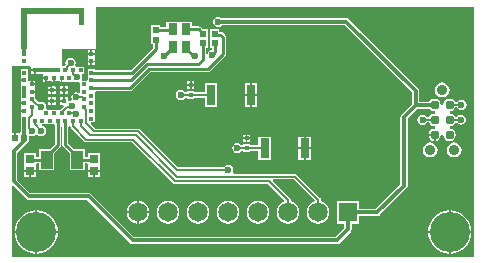
<source format=gtl>
G04*
G04 #@! TF.GenerationSoftware,Altium Limited,Altium Designer,21.6.4 (81)*
G04*
G04 Layer_Physical_Order=1*
G04 Layer_Color=255*
%FSLAX44Y44*%
%MOMM*%
G71*
G04*
G04 #@! TF.SameCoordinates,0AEC0AEB-8793-4253-9BAD-FCEC690E4261*
G04*
G04*
G04 #@! TF.FilePolarity,Positive*
G04*
G01*
G75*
%ADD10C,0.2540*%
%ADD12C,0.2000*%
%ADD14R,0.3500X0.3500*%
%ADD15R,0.4200X0.4200*%
%ADD17R,0.5200X0.5500*%
%ADD18R,0.5500X0.5200*%
%ADD19R,0.8000X1.0000*%
%ADD20R,0.7200X0.7200*%
%ADD21R,1.0000X1.5500*%
%ADD22R,0.8000X1.7000*%
%ADD23R,0.3500X0.3600*%
%ADD38C,0.7900*%
%ADD39C,0.3500*%
%ADD40C,0.1520*%
%ADD41C,0.9000*%
%ADD42C,1.6500*%
%ADD43R,1.6500X1.6500*%
%ADD44C,3.4000*%
%ADD45C,0.6000*%
G36*
X65750Y199920D02*
X60750D01*
Y209920D01*
X17250D01*
Y179920D01*
X12250D01*
Y214920D01*
X65750D01*
Y199920D01*
D02*
G37*
G36*
X20630Y164890D02*
X20630Y163980D01*
Y162632D01*
X23650D01*
Y161870D01*
X24412D01*
Y158850D01*
X25860D01*
X26670Y158850D01*
X27940Y158850D01*
X29301D01*
X30380Y158390D01*
X30380Y157580D01*
Y156132D01*
X33400D01*
Y155370D01*
X34162D01*
Y152350D01*
X35610D01*
X36420Y152350D01*
X37690Y152350D01*
X39138D01*
Y155370D01*
X40662D01*
Y152350D01*
X42110D01*
X42920Y152350D01*
X44190Y152350D01*
X45638D01*
Y155370D01*
X47162D01*
Y152350D01*
X48610D01*
X49420Y152350D01*
X50690Y152350D01*
X55920D01*
X55920Y152350D01*
Y152350D01*
X57155Y152265D01*
X57584Y151978D01*
X59250Y151646D01*
X60760Y151947D01*
X61251Y151799D01*
X62030Y151382D01*
X62030Y147230D01*
X62030Y145960D01*
Y143458D01*
X60910Y142859D01*
X60666Y143022D01*
X59000Y143354D01*
X57334Y143022D01*
X55922Y142079D01*
X54978Y140666D01*
X54646Y139000D01*
X54937Y137537D01*
X54950Y137293D01*
X54210Y136197D01*
X53334Y136022D01*
X52990Y135792D01*
X51720Y136471D01*
Y139370D01*
X49112D01*
Y136000D01*
X48350D01*
Y135238D01*
X44980D01*
Y132630D01*
X47907D01*
X48433Y131360D01*
X45926Y128854D01*
X45784Y128640D01*
X43380Y128640D01*
X42110Y128640D01*
X37690D01*
X36880Y128640D01*
X35610Y128640D01*
X33970D01*
X33137Y129910D01*
X33354Y131000D01*
X33022Y132666D01*
X32078Y134078D01*
X30666Y135022D01*
X29000Y135353D01*
X27334Y135022D01*
X26912Y134740D01*
X24270Y137381D01*
X24270Y140270D01*
X24270Y141540D01*
Y142988D01*
X21250D01*
Y144512D01*
X24270D01*
Y145960D01*
X24270Y146770D01*
X24270Y148040D01*
Y149488D01*
X21250D01*
Y150250D01*
X20488D01*
Y153270D01*
X18230D01*
X17770Y154349D01*
X17770Y156520D01*
X17770Y157790D01*
Y163020D01*
X11730D01*
Y157790D01*
X11730Y156980D01*
X11730Y155710D01*
Y154262D01*
X14750D01*
Y152738D01*
X11730D01*
Y151290D01*
X11730Y150480D01*
X11730Y149210D01*
Y147297D01*
X11671Y147000D01*
Y140500D01*
X11730Y140203D01*
X11730Y137480D01*
X11730Y136210D01*
Y134762D01*
X14750D01*
Y133238D01*
X11730D01*
Y131790D01*
X11730Y130980D01*
X11730Y129710D01*
Y128262D01*
X14750D01*
Y126738D01*
X11730D01*
Y125290D01*
X11730Y124480D01*
X11730Y123210D01*
Y121297D01*
X11671Y121000D01*
Y109549D01*
X10620Y109020D01*
X7512D01*
Y105000D01*
X5988D01*
Y109020D01*
X4078D01*
X4078Y165250D01*
X19509D01*
X20630Y164890D01*
D02*
G37*
G36*
X395922Y4078D02*
X4078Y4078D01*
Y63908D01*
X5252Y64394D01*
X16573Y53073D01*
X17572Y52405D01*
X18750Y52171D01*
X67975D01*
X104323Y15823D01*
X105322Y15155D01*
X106500Y14921D01*
X279750D01*
X280928Y15155D01*
X281927Y15823D01*
X291077Y24973D01*
X291745Y25972D01*
X291979Y27150D01*
Y32180D01*
X298420D01*
Y38621D01*
X313700D01*
X314878Y38855D01*
X315877Y39523D01*
X338427Y62073D01*
X339095Y63072D01*
X339329Y64250D01*
X339329Y64250D01*
Y120975D01*
X347525Y129171D01*
X358347D01*
X358537Y128887D01*
X360263Y127733D01*
X362300Y127328D01*
Y125272D01*
X360263Y124867D01*
X358537Y123713D01*
X357422Y122045D01*
X355769D01*
X355079Y123078D01*
X353666Y124022D01*
X352000Y124354D01*
X350334Y124022D01*
X348922Y123078D01*
X347978Y121666D01*
X347646Y120000D01*
X347978Y118334D01*
X348922Y116922D01*
X350334Y115978D01*
X352000Y115646D01*
X353666Y115978D01*
X355079Y116922D01*
X355736Y117905D01*
X357388D01*
X358537Y116187D01*
X360263Y115033D01*
X362300Y114628D01*
Y112572D01*
X360263Y112167D01*
X358537Y111013D01*
X357383Y109287D01*
X357129Y108012D01*
X362300D01*
Y107250D01*
X363062D01*
Y102079D01*
X364337Y102333D01*
X366063Y103487D01*
X367217Y105213D01*
X367622Y107250D01*
X369678D01*
X370083Y105213D01*
X371237Y103487D01*
X372963Y102333D01*
X375000Y101928D01*
X377037Y102333D01*
X378763Y103487D01*
X379917Y105213D01*
X380322Y107250D01*
X379917Y109287D01*
X378763Y111013D01*
X377037Y112167D01*
X375000Y112572D01*
Y114628D01*
X377037Y115033D01*
X378763Y116187D01*
X379576Y117403D01*
X381018Y117466D01*
X381027Y117462D01*
X381321Y117022D01*
X382734Y116078D01*
X384400Y115746D01*
X386066Y116078D01*
X387478Y117022D01*
X388422Y118434D01*
X388754Y120100D01*
X388422Y121766D01*
X387478Y123178D01*
X386066Y124122D01*
X384400Y124454D01*
X382734Y124122D01*
X381321Y123178D01*
X380912Y122566D01*
X379530D01*
X378763Y123713D01*
X377037Y124867D01*
X375000Y125272D01*
Y127328D01*
X377037Y127733D01*
X378763Y128887D01*
X379917Y130613D01*
X379921Y130630D01*
X381281D01*
X381922Y129671D01*
X383334Y128728D01*
X385000Y128396D01*
X386666Y128728D01*
X388078Y129671D01*
X389022Y131084D01*
X389354Y132750D01*
X389022Y134416D01*
X388078Y135829D01*
X386666Y136772D01*
X385000Y137104D01*
X383334Y136772D01*
X381922Y135829D01*
X381214Y134770D01*
X379862D01*
X378763Y136413D01*
X377037Y137567D01*
X375000Y137972D01*
X372963Y137567D01*
X371237Y136413D01*
X370083Y134687D01*
X369698Y132750D01*
X367602D01*
X367217Y134687D01*
X366063Y136413D01*
X364337Y137567D01*
X362300Y137972D01*
X360263Y137567D01*
X358537Y136413D01*
X357812Y135329D01*
X349329D01*
Y144500D01*
X349329Y144500D01*
X349095Y145678D01*
X348427Y146677D01*
X348427Y146677D01*
X289695Y205409D01*
X288696Y206077D01*
X287518Y206311D01*
X181730D01*
X180666Y207022D01*
X179000Y207354D01*
X177334Y207022D01*
X175921Y206078D01*
X174978Y204666D01*
X174646Y203000D01*
X174978Y201334D01*
X175921Y199921D01*
X177334Y198978D01*
X179000Y198646D01*
X180666Y198978D01*
X182078Y199921D01*
X182233Y200153D01*
X286243D01*
X343171Y143225D01*
Y133525D01*
X334073Y124427D01*
X333405Y123428D01*
X333171Y122250D01*
Y65525D01*
X312425Y44779D01*
X298420D01*
Y51220D01*
X279380D01*
Y32180D01*
X285821D01*
Y28425D01*
X278475Y21079D01*
X107775D01*
X71427Y57427D01*
X70428Y58095D01*
X69250Y58329D01*
X20025D01*
X9079Y69275D01*
Y91974D01*
X16927Y99823D01*
X17595Y100822D01*
X17626Y100980D01*
X18620D01*
Y105928D01*
X19890Y106607D01*
X20084Y106478D01*
X21750Y106146D01*
X23416Y106478D01*
X24828Y107422D01*
X26325Y107376D01*
X27412Y106650D01*
X29078Y106318D01*
X30744Y106650D01*
X32156Y107594D01*
X33100Y109006D01*
X33432Y110672D01*
X33100Y112338D01*
X32156Y113750D01*
X30744Y114694D01*
X30062Y114830D01*
X30187Y116100D01*
X33170Y116100D01*
X34440Y116100D01*
X38860D01*
X39670Y116100D01*
X40560Y115199D01*
Y99573D01*
X36258Y95270D01*
X27380D01*
Y88840D01*
X24520D01*
Y91720D01*
X14780D01*
Y82790D01*
X14780Y81980D01*
X14780Y80710D01*
Y77412D01*
X24520D01*
Y80710D01*
X24520Y81520D01*
X24520Y82762D01*
X25418Y83660D01*
X27380D01*
Y77230D01*
X39920D01*
Y91608D01*
X44981Y96669D01*
X45543Y97509D01*
X45740Y98500D01*
Y114016D01*
X46400Y114404D01*
X47060Y114016D01*
Y99000D01*
X47257Y98009D01*
X47819Y97169D01*
X53380Y91608D01*
Y77230D01*
X65920D01*
Y83660D01*
X67882D01*
X68780Y82762D01*
Y81980D01*
X68780Y80710D01*
Y77412D01*
X78520D01*
Y80710D01*
X78520Y81520D01*
X78520Y82790D01*
Y91720D01*
X68780D01*
Y88840D01*
X65920D01*
Y95270D01*
X57042D01*
X52240Y100073D01*
Y114289D01*
X53510Y115141D01*
X53836Y115007D01*
Y114350D01*
X54012Y113464D01*
X54514Y112713D01*
X65654Y101573D01*
X66404Y101072D01*
X67290Y100896D01*
X106081D01*
X140613Y66363D01*
X141364Y65862D01*
X142250Y65686D01*
X221291D01*
X234916Y52060D01*
X234618Y50562D01*
X233299Y50016D01*
X231310Y48490D01*
X229784Y46501D01*
X228825Y44185D01*
X228498Y41700D01*
X228825Y39215D01*
X229784Y36899D01*
X231310Y34910D01*
X233299Y33384D01*
X235615Y32425D01*
X238100Y32098D01*
X240585Y32425D01*
X242901Y33384D01*
X244890Y34910D01*
X246416Y36899D01*
X247375Y39215D01*
X247702Y41700D01*
X247375Y44185D01*
X246416Y46501D01*
X244890Y48490D01*
X242901Y50016D01*
X240585Y50975D01*
X240415Y50997D01*
Y52150D01*
X240238Y53036D01*
X239737Y53787D01*
X225108Y68415D01*
X225634Y69686D01*
X243041D01*
X260579Y52148D01*
X260266Y50665D01*
X258699Y50016D01*
X256710Y48490D01*
X255184Y46501D01*
X254225Y44185D01*
X253898Y41700D01*
X254225Y39215D01*
X255184Y36899D01*
X256710Y34910D01*
X258699Y33384D01*
X261015Y32425D01*
X263500Y32098D01*
X265985Y32425D01*
X268301Y33384D01*
X270290Y34910D01*
X271816Y36899D01*
X272775Y39215D01*
X273102Y41700D01*
X272775Y44185D01*
X271816Y46501D01*
X270290Y48490D01*
X268301Y50016D01*
X265985Y50975D01*
X265814Y50997D01*
Y52500D01*
X265638Y53386D01*
X265137Y54137D01*
X245637Y73637D01*
X244886Y74138D01*
X244000Y74314D01*
X192034D01*
X191356Y75585D01*
X191522Y75834D01*
X191854Y77500D01*
X191522Y79166D01*
X190578Y80578D01*
X189166Y81522D01*
X187500Y81854D01*
X185834Y81522D01*
X184422Y80578D01*
X183911Y79815D01*
X144687D01*
X112615Y111887D01*
X111864Y112388D01*
X110978Y112564D01*
X75209D01*
X70967Y116807D01*
X71452Y117980D01*
X74570D01*
Y124020D01*
X74570D01*
Y124480D01*
X74570D01*
Y129710D01*
X74570Y130520D01*
X74570Y131790D01*
Y136210D01*
X74570Y137020D01*
X74570Y138290D01*
Y142710D01*
X74570Y143520D01*
X75471Y144410D01*
X104483D01*
X105475Y144607D01*
X106315Y145169D01*
X121556Y160410D01*
X170000D01*
X170991Y160607D01*
X171831Y161169D01*
X184831Y174169D01*
X185393Y175009D01*
X185590Y176000D01*
Y190000D01*
X185393Y190991D01*
X184831Y191831D01*
X182660Y194002D01*
X181820Y194564D01*
X180829Y194761D01*
X180020D01*
Y196870D01*
X171980D01*
Y189130D01*
X171980D01*
Y188870D01*
X171980D01*
Y181130D01*
X173410D01*
Y179236D01*
X172334Y179022D01*
X170921Y178078D01*
X169978Y176666D01*
X169860Y176073D01*
X168590Y176198D01*
Y181130D01*
X170020D01*
Y187860D01*
X170020Y188870D01*
X170020Y190140D01*
Y196870D01*
X165643D01*
X164181Y198331D01*
X163341Y198893D01*
X162350Y199090D01*
X156770D01*
Y202770D01*
X147040D01*
X146230Y202770D01*
X144960Y202770D01*
X135230D01*
Y198590D01*
X130020D01*
Y199870D01*
X121980D01*
Y193140D01*
X121980Y192130D01*
X121980Y190860D01*
Y184130D01*
X123410D01*
Y181073D01*
X104927Y162590D01*
X74570D01*
Y163020D01*
X68530D01*
Y156980D01*
X68530D01*
Y156520D01*
X68530D01*
Y154349D01*
X68070Y153270D01*
X67260Y153270D01*
X63938D01*
X63313Y154540D01*
X63604Y156000D01*
X63289Y157580D01*
X63299Y157860D01*
X63828Y158850D01*
X65670D01*
Y164890D01*
X59630D01*
Y164890D01*
X59170D01*
X58199Y165612D01*
X57906Y166160D01*
X58022Y166334D01*
X58354Y168000D01*
X58022Y169666D01*
X57078Y171078D01*
X55666Y172022D01*
X54000Y172353D01*
X52334Y172022D01*
X50921Y171078D01*
X49978Y169666D01*
X49646Y168000D01*
X49883Y166810D01*
X49139Y166066D01*
X48690Y165394D01*
X48270Y165315D01*
X47827Y165490D01*
X47000Y166316D01*
Y180250D01*
X75750D01*
Y215922D01*
X395922Y215922D01*
X395922Y4078D01*
D02*
G37*
%LPC*%
G36*
X22888Y161108D02*
X20630D01*
Y158850D01*
X22888D01*
Y161108D01*
D02*
G37*
G36*
X32638Y154608D02*
X30380D01*
Y152350D01*
X32638D01*
Y154608D01*
D02*
G37*
G36*
X22012Y153270D02*
Y151012D01*
X24270D01*
Y153270D01*
X22012D01*
D02*
G37*
G36*
X51720Y148370D02*
X49112D01*
Y145762D01*
X51720D01*
Y148370D01*
D02*
G37*
G36*
X47588D02*
X44980D01*
Y145762D01*
X47588D01*
Y148370D01*
D02*
G37*
G36*
X41320D02*
X38712D01*
Y145762D01*
X41320D01*
Y148370D01*
D02*
G37*
G36*
X37188D02*
X34580D01*
Y145762D01*
X37188D01*
Y148370D01*
D02*
G37*
G36*
X51720Y144238D02*
X49112D01*
Y141630D01*
X51720D01*
Y144238D01*
D02*
G37*
G36*
X47588D02*
X44980D01*
Y141630D01*
X47588D01*
Y144238D01*
D02*
G37*
G36*
X41320D02*
X38712D01*
Y141630D01*
X41320D01*
Y144238D01*
D02*
G37*
G36*
X37188D02*
X34580D01*
Y141630D01*
X37188D01*
Y144238D01*
D02*
G37*
G36*
X47588Y139370D02*
X44980D01*
Y136762D01*
X47588D01*
Y139370D01*
D02*
G37*
G36*
X41320D02*
X38712D01*
Y136762D01*
X41320D01*
Y139370D01*
D02*
G37*
G36*
X37188D02*
X34580D01*
Y136762D01*
X37188D01*
Y139370D01*
D02*
G37*
G36*
X41320Y135238D02*
X38712D01*
Y132630D01*
X41320D01*
Y135238D01*
D02*
G37*
G36*
X37188D02*
X34580D01*
Y132630D01*
X37188D01*
Y135238D01*
D02*
G37*
G36*
X74570Y178940D02*
X72312D01*
Y176682D01*
X74570D01*
Y178940D01*
D02*
G37*
G36*
X70788D02*
X68530D01*
Y176682D01*
X70788D01*
Y178940D01*
D02*
G37*
G36*
X74570Y175158D02*
X68530D01*
Y173710D01*
X68530Y172900D01*
X68530Y171630D01*
Y170182D01*
X74570D01*
Y171630D01*
X74570Y172440D01*
X74570Y173710D01*
Y175158D01*
D02*
G37*
G36*
Y168658D02*
X72312D01*
Y166400D01*
X74570D01*
Y168658D01*
D02*
G37*
G36*
X70788D02*
X68530D01*
Y166400D01*
X70788D01*
Y168658D01*
D02*
G37*
G36*
X158770Y152520D02*
X156512D01*
Y150212D01*
X158770D01*
Y152520D01*
D02*
G37*
G36*
X154988D02*
X152730D01*
Y150212D01*
X154988D01*
Y152520D01*
D02*
G37*
G36*
X158770Y148688D02*
X156512D01*
Y146380D01*
X158770D01*
Y148688D01*
D02*
G37*
G36*
X154988D02*
X152730D01*
Y146380D01*
X154988D01*
Y148688D01*
D02*
G37*
G36*
X178020Y150770D02*
X167480D01*
Y143364D01*
X158770D01*
Y144120D01*
X152730D01*
Y143340D01*
X150822D01*
X150329Y144079D01*
X148916Y145022D01*
X147250Y145354D01*
X145584Y145022D01*
X144171Y144079D01*
X143228Y142666D01*
X142896Y141000D01*
X143228Y139334D01*
X144171Y137921D01*
X145584Y136978D01*
X147250Y136646D01*
X148916Y136978D01*
X150329Y137921D01*
X150856Y138710D01*
X152730D01*
Y137980D01*
X158770D01*
Y138736D01*
X167480D01*
Y131230D01*
X178020D01*
Y150770D01*
D02*
G37*
G36*
X212020D02*
X207512D01*
Y141762D01*
X212020D01*
Y150770D01*
D02*
G37*
G36*
X205988D02*
X201480D01*
Y141762D01*
X205988D01*
Y150770D01*
D02*
G37*
G36*
X368650Y151717D02*
X366213Y151233D01*
X364148Y149852D01*
X362767Y147787D01*
X362283Y145350D01*
X362767Y142913D01*
X364148Y140848D01*
X366213Y139467D01*
X368650Y138983D01*
X371087Y139467D01*
X373152Y140848D01*
X374533Y142913D01*
X375017Y145350D01*
X374533Y147787D01*
X373152Y149852D01*
X371087Y151233D01*
X368650Y151717D01*
D02*
G37*
G36*
X212020Y140238D02*
X207512D01*
Y131230D01*
X212020D01*
Y140238D01*
D02*
G37*
G36*
X205988D02*
X201480D01*
Y131230D01*
X205988D01*
Y140238D01*
D02*
G37*
G36*
X206020Y107520D02*
X203762D01*
Y105212D01*
X206020D01*
Y107520D01*
D02*
G37*
G36*
X202238D02*
X199980D01*
Y105212D01*
X202238D01*
Y107520D01*
D02*
G37*
G36*
X361538Y106488D02*
X357129D01*
X357383Y105213D01*
X358537Y103487D01*
X360263Y102333D01*
X361538Y102079D01*
Y106488D01*
D02*
G37*
G36*
X206020Y103688D02*
X203762D01*
Y101380D01*
X206020D01*
Y103688D01*
D02*
G37*
G36*
X202238D02*
X199980D01*
Y101380D01*
X202238D01*
Y103688D01*
D02*
G37*
G36*
X223520Y105770D02*
X212980D01*
Y98364D01*
X206020D01*
Y99120D01*
X199980D01*
Y98533D01*
X198710Y98507D01*
X198328Y99079D01*
X196916Y100022D01*
X195250Y100354D01*
X193584Y100022D01*
X192171Y99079D01*
X191228Y97666D01*
X190896Y96000D01*
X191228Y94334D01*
X192171Y92921D01*
X193584Y91978D01*
X195250Y91646D01*
X196916Y91978D01*
X198328Y92921D01*
X198710Y93493D01*
X199980Y93349D01*
Y92980D01*
X206020D01*
Y93736D01*
X212980D01*
Y86230D01*
X223520D01*
Y105770D01*
D02*
G37*
G36*
X257520D02*
X253012D01*
Y96762D01*
X257520D01*
Y105770D01*
D02*
G37*
G36*
X251488D02*
X246980D01*
Y96762D01*
X251488D01*
Y105770D01*
D02*
G37*
G36*
X378810Y100917D02*
X376373Y100433D01*
X374308Y99052D01*
X372927Y96987D01*
X372443Y94550D01*
X372927Y92113D01*
X374308Y90048D01*
X376373Y88667D01*
X378810Y88183D01*
X381247Y88667D01*
X383312Y90048D01*
X384693Y92113D01*
X385177Y94550D01*
X384693Y96987D01*
X383312Y99052D01*
X381247Y100433D01*
X378810Y100917D01*
D02*
G37*
G36*
X358490D02*
X356053Y100433D01*
X353988Y99052D01*
X352607Y96987D01*
X352123Y94550D01*
X352607Y92113D01*
X353988Y90048D01*
X356053Y88667D01*
X358490Y88183D01*
X360927Y88667D01*
X362992Y90048D01*
X364373Y92113D01*
X364857Y94550D01*
X364373Y96987D01*
X362992Y99052D01*
X360927Y100433D01*
X358490Y100917D01*
D02*
G37*
G36*
X257520Y95238D02*
X253012D01*
Y86230D01*
X257520D01*
Y95238D01*
D02*
G37*
G36*
X251488D02*
X246980D01*
Y86230D01*
X251488D01*
Y95238D01*
D02*
G37*
G36*
X78520Y75888D02*
X74412D01*
Y71780D01*
X78520D01*
Y75888D01*
D02*
G37*
G36*
X72888D02*
X68780D01*
Y71780D01*
X72888D01*
Y75888D01*
D02*
G37*
G36*
X24520D02*
X20412D01*
Y71780D01*
X24520D01*
Y75888D01*
D02*
G37*
G36*
X18888D02*
X14780D01*
Y71780D01*
X18888D01*
Y75888D01*
D02*
G37*
G36*
X111862Y51202D02*
Y42462D01*
X120602D01*
X120375Y44185D01*
X119416Y46501D01*
X117890Y48490D01*
X115901Y50016D01*
X113585Y50975D01*
X111862Y51202D01*
D02*
G37*
G36*
X110338D02*
X108615Y50975D01*
X106299Y50016D01*
X104310Y48490D01*
X102784Y46501D01*
X101825Y44185D01*
X101598Y42462D01*
X110338D01*
Y51202D01*
D02*
G37*
G36*
X120602Y40938D02*
X111862D01*
Y32198D01*
X113585Y32425D01*
X115901Y33384D01*
X117890Y34910D01*
X119416Y36899D01*
X120375Y39215D01*
X120602Y40938D01*
D02*
G37*
G36*
X110338D02*
X101598D01*
X101825Y39215D01*
X102784Y36899D01*
X104310Y34910D01*
X106299Y33384D01*
X108615Y32425D01*
X110338Y32198D01*
Y40938D01*
D02*
G37*
G36*
X212700Y51302D02*
X210215Y50975D01*
X207899Y50016D01*
X205910Y48490D01*
X204384Y46501D01*
X203425Y44185D01*
X203098Y41700D01*
X203425Y39215D01*
X204384Y36899D01*
X205910Y34910D01*
X207899Y33384D01*
X210215Y32425D01*
X212700Y32098D01*
X215185Y32425D01*
X217501Y33384D01*
X219490Y34910D01*
X221016Y36899D01*
X221975Y39215D01*
X222302Y41700D01*
X221975Y44185D01*
X221016Y46501D01*
X219490Y48490D01*
X217501Y50016D01*
X215185Y50975D01*
X212700Y51302D01*
D02*
G37*
G36*
X187300D02*
X184815Y50975D01*
X182499Y50016D01*
X180510Y48490D01*
X178984Y46501D01*
X178025Y44185D01*
X177698Y41700D01*
X178025Y39215D01*
X178984Y36899D01*
X180510Y34910D01*
X182499Y33384D01*
X184815Y32425D01*
X187300Y32098D01*
X189785Y32425D01*
X192101Y33384D01*
X194090Y34910D01*
X195616Y36899D01*
X196575Y39215D01*
X196902Y41700D01*
X196575Y44185D01*
X195616Y46501D01*
X194090Y48490D01*
X192101Y50016D01*
X189785Y50975D01*
X187300Y51302D01*
D02*
G37*
G36*
X161900D02*
X159415Y50975D01*
X157099Y50016D01*
X155110Y48490D01*
X153584Y46501D01*
X152625Y44185D01*
X152298Y41700D01*
X152625Y39215D01*
X153584Y36899D01*
X155110Y34910D01*
X157099Y33384D01*
X159415Y32425D01*
X161900Y32098D01*
X164385Y32425D01*
X166701Y33384D01*
X168690Y34910D01*
X170216Y36899D01*
X171175Y39215D01*
X171502Y41700D01*
X171175Y44185D01*
X170216Y46501D01*
X168690Y48490D01*
X166701Y50016D01*
X164385Y50975D01*
X161900Y51302D01*
D02*
G37*
G36*
X136500D02*
X134015Y50975D01*
X131699Y50016D01*
X129710Y48490D01*
X128184Y46501D01*
X127225Y44185D01*
X126898Y41700D01*
X127225Y39215D01*
X128184Y36899D01*
X129710Y34910D01*
X131699Y33384D01*
X134015Y32425D01*
X136500Y32098D01*
X138985Y32425D01*
X141301Y33384D01*
X143290Y34910D01*
X144816Y36899D01*
X145775Y39215D01*
X146102Y41700D01*
X145775Y44185D01*
X144816Y46501D01*
X143290Y48490D01*
X141301Y50016D01*
X138985Y50975D01*
X136500Y51302D01*
D02*
G37*
G36*
X375762Y43283D02*
Y25762D01*
X393283D01*
X393006Y28582D01*
X391961Y32025D01*
X390264Y35199D01*
X387981Y37981D01*
X385199Y40264D01*
X382025Y41961D01*
X378582Y43006D01*
X375762Y43283D01*
D02*
G37*
G36*
X374238D02*
X371418Y43006D01*
X367975Y41961D01*
X364801Y40264D01*
X362019Y37981D01*
X359736Y35199D01*
X358039Y32025D01*
X356994Y28582D01*
X356717Y25762D01*
X374238D01*
Y43283D01*
D02*
G37*
G36*
X25762D02*
Y25762D01*
X43283D01*
X43006Y28582D01*
X41961Y32025D01*
X40264Y35199D01*
X37981Y37981D01*
X35199Y40264D01*
X32025Y41961D01*
X28582Y43006D01*
X25762Y43283D01*
D02*
G37*
G36*
X24238D02*
X21418Y43006D01*
X17975Y41961D01*
X14801Y40264D01*
X12019Y37981D01*
X9736Y35199D01*
X8039Y32025D01*
X6994Y28582D01*
X6717Y25762D01*
X24238D01*
Y43283D01*
D02*
G37*
G36*
X393283Y24238D02*
X375762D01*
Y6717D01*
X378582Y6994D01*
X382025Y8039D01*
X385199Y9736D01*
X387981Y12019D01*
X390264Y14801D01*
X391961Y17975D01*
X393006Y21418D01*
X393283Y24238D01*
D02*
G37*
G36*
X374238D02*
X356717D01*
X356994Y21418D01*
X358039Y17975D01*
X359736Y14801D01*
X362019Y12019D01*
X364801Y9736D01*
X367975Y8039D01*
X371418Y6994D01*
X374238Y6717D01*
Y24238D01*
D02*
G37*
G36*
X43283D02*
X25762D01*
Y6717D01*
X28582Y6994D01*
X32025Y8039D01*
X35199Y9736D01*
X37981Y12019D01*
X40264Y14801D01*
X41961Y17975D01*
X43006Y21418D01*
X43283Y24238D01*
D02*
G37*
G36*
X24238D02*
X6717D01*
X6994Y21418D01*
X8039Y17975D01*
X9736Y14801D01*
X12019Y12019D01*
X14801Y9736D01*
X17975Y8039D01*
X21418Y6994D01*
X24238Y6717D01*
Y24238D01*
D02*
G37*
%LPD*%
D10*
X174000Y175000D02*
X176000Y177000D01*
X71550Y147000D02*
X104483D01*
X71550Y153500D02*
X105242D01*
X49650Y99000D02*
Y119120D01*
X126000Y180000D02*
Y188000D01*
X106000Y160000D02*
X126000Y180000D01*
X158000Y174000D02*
X159000D01*
X43150Y98500D02*
Y119120D01*
X151500Y180500D02*
X158000Y174000D01*
X104483Y147000D02*
X120484Y163000D01*
X170000D02*
X183000Y176000D01*
X120484Y163000D02*
X170000D01*
X180829Y192171D02*
X183000Y190000D01*
Y176000D02*
Y190000D01*
X176000Y193000D02*
X176829Y192171D01*
X180829D01*
X118742Y167000D02*
X162000D01*
X166000Y171000D02*
Y185000D01*
X162000Y167000D02*
X166000Y171000D01*
X71550Y160000D02*
X106000D01*
X105242Y153500D02*
X118742Y167000D01*
X126000Y196000D02*
X140000D01*
X140500Y196500D01*
X151500D02*
X162350D01*
X165850Y193000D01*
X166000D01*
X151500Y180500D02*
Y181500D01*
X176000Y177000D02*
Y185000D01*
X49650Y99000D02*
X59650Y89000D01*
X33650D02*
X43150Y98500D01*
X59650Y86250D02*
Y89000D01*
X33650Y86250D02*
Y89000D01*
X59650Y86250D02*
X59650Y86250D01*
X73650D01*
X33650D02*
X33650Y86250D01*
X19650Y86250D02*
X33650D01*
X14750Y175920D02*
X14750Y175920D01*
D12*
X143728Y77500D02*
X187500D01*
X110978Y110250D02*
X143728Y77500D01*
X244000Y72000D02*
X263500Y52500D01*
X144069Y72000D02*
X244000D01*
X109339Y106730D02*
X144069Y72000D01*
X56150Y114350D02*
X67290Y103210D01*
X56150Y114350D02*
Y119120D01*
X67250Y117250D02*
X74250Y110250D01*
X67250Y117250D02*
Y128550D01*
X21250Y123990D02*
Y130750D01*
X19020Y121760D02*
X21250Y123990D01*
X19020Y113230D02*
Y121760D01*
Y113230D02*
X21750Y110500D01*
X62650Y114850D02*
X70770Y106730D01*
X62650Y114850D02*
Y119120D01*
X70770Y106730D02*
X109339D01*
X67290Y103210D02*
X107040D01*
X147250Y141000D02*
X147275Y141025D01*
X23650Y116100D02*
X29078Y110672D01*
X74250Y110250D02*
X110978D01*
X142250Y68000D02*
X222250D01*
X107040Y103210D02*
X142250Y68000D01*
X222250D02*
X238100Y52150D01*
X263500Y41700D02*
Y52500D01*
X238100Y41700D02*
Y52150D01*
X65050Y130750D02*
X67250Y128550D01*
X147275Y141025D02*
X155725D01*
X155750Y141050D01*
X172700D02*
X172750Y141000D01*
X155750Y141050D02*
X172700D01*
X203050Y96050D02*
X218200D01*
X195275Y96025D02*
X202975D01*
X23650Y116100D02*
Y119120D01*
D14*
X14750Y175920D02*
D03*
Y169420D02*
D03*
Y160000D02*
D03*
Y153500D02*
D03*
Y147000D02*
D03*
Y140500D02*
D03*
Y134000D02*
D03*
Y127500D02*
D03*
Y121000D02*
D03*
X21250Y150250D02*
D03*
Y143750D02*
D03*
Y137250D02*
D03*
Y130750D02*
D03*
X23650Y119120D02*
D03*
X30150D02*
D03*
X43150D02*
D03*
X49650D02*
D03*
X62650D02*
D03*
X33400Y125620D02*
D03*
X46400D02*
D03*
X52900D02*
D03*
X71550Y121000D02*
D03*
Y127500D02*
D03*
Y134000D02*
D03*
Y140500D02*
D03*
Y147000D02*
D03*
Y153500D02*
D03*
Y160000D02*
D03*
Y169420D02*
D03*
Y175920D02*
D03*
X65050Y130750D02*
D03*
Y137250D02*
D03*
Y143750D02*
D03*
Y150250D02*
D03*
X62650Y161870D02*
D03*
X56150D02*
D03*
X49650D02*
D03*
X43150D02*
D03*
X36650D02*
D03*
X30150D02*
D03*
X23650D02*
D03*
X46400Y155370D02*
D03*
X33400D02*
D03*
X36650Y119120D02*
D03*
X56150D02*
D03*
X39900Y125620D02*
D03*
X52900Y155370D02*
D03*
X39900D02*
D03*
D15*
X37950Y145000D02*
D03*
Y136000D02*
D03*
X48350D02*
D03*
Y145000D02*
D03*
D17*
X14750Y105000D02*
D03*
X6750D02*
D03*
D18*
X126000Y188000D02*
D03*
Y196000D02*
D03*
X176000Y193000D02*
D03*
Y185000D02*
D03*
X166000D02*
D03*
Y193000D02*
D03*
D19*
X151500Y181500D02*
D03*
Y196500D02*
D03*
X140500D02*
D03*
Y181500D02*
D03*
D20*
X73650Y86850D02*
D03*
Y76650D02*
D03*
X19650Y86850D02*
D03*
Y76650D02*
D03*
D21*
X59650Y86250D02*
D03*
X33650D02*
D03*
D22*
X218250Y96000D02*
D03*
X252250D02*
D03*
X172750Y141000D02*
D03*
X206750D02*
D03*
D23*
X203000Y104450D02*
D03*
Y96050D02*
D03*
X155750Y149450D02*
D03*
Y141050D02*
D03*
D38*
X375000Y107250D02*
D03*
X362300D02*
D03*
X375000Y119950D02*
D03*
X362300D02*
D03*
X375000Y132650D02*
D03*
X362300D02*
D03*
D39*
X279750Y18000D02*
X288900Y27150D01*
X69250Y55250D02*
X106500Y18000D01*
X279750D01*
X133000Y173000D02*
Y174000D01*
X134000D01*
X14750Y107250D02*
Y121000D01*
X133000Y173000D02*
X133000Y173000D01*
X134000Y174000D02*
X140500Y180500D01*
X14750Y140500D02*
Y147000D01*
X179000Y203232D02*
X287518D01*
X140500Y180500D02*
Y181500D01*
X14750Y102000D02*
Y107250D01*
X287518Y203232D02*
X346250Y144500D01*
X23650Y161870D02*
X30150D01*
X36650D01*
X43150D01*
X27750Y156500D02*
X28052Y156802D01*
X6000Y93250D02*
X14750Y102000D01*
X6000Y68000D02*
Y93250D01*
X18750Y55250D02*
X69250D01*
X6000Y68000D02*
X18750Y55250D01*
X288900Y27150D02*
Y41700D01*
X346250Y132250D02*
Y144500D01*
X336250Y64250D02*
Y122250D01*
X346250Y132250D02*
X361900D01*
X336250Y122250D02*
X346250Y132250D01*
X361900D02*
X362300Y132650D01*
X313700Y41700D02*
X336250Y64250D01*
X288900Y41700D02*
X313700D01*
X14750Y175920D02*
Y179920D01*
D40*
X56150Y159100D02*
X59250Y156000D01*
X52900Y125620D02*
X53140Y125380D01*
X58670D01*
X58910Y125140D01*
X47390Y127390D02*
X51143Y131143D01*
X47390Y126610D02*
Y127390D01*
X51143Y131143D02*
X54143D01*
X46400Y125620D02*
X47390Y126610D01*
X54143Y131143D02*
X55000Y132000D01*
X29000Y130275D02*
Y131000D01*
X59000Y139000D02*
X63300D01*
X65050Y137250D01*
X22464Y136260D02*
X28725Y130000D01*
X29000Y130275D01*
X56150Y159100D02*
Y161870D01*
X375150Y120100D02*
X384400D01*
X54000Y168000D02*
X54000D01*
X49650Y161870D02*
X50602Y162822D01*
Y164602D01*
X54000Y168000D01*
X22240Y136260D02*
X22464D01*
X21250Y137250D02*
X22240Y136260D01*
X109339Y106730D02*
X109859D01*
X362275Y119975D02*
X362300Y119950D01*
X352025Y119975D02*
X362275D01*
X352000Y120000D02*
X352025Y119975D01*
X202975Y96025D02*
X203000Y96050D01*
Y96000D02*
X203050Y96050D01*
X218200D02*
X218250Y96000D01*
X195250D02*
X195275Y96025D01*
X375000Y132650D02*
X375050Y132700D01*
X384950D01*
X385000Y132750D01*
X375000Y119950D02*
X375150Y120100D01*
X203000Y96000D02*
Y96050D01*
D41*
X358490Y94550D02*
D03*
X378810D02*
D03*
X368650Y145350D02*
D03*
D42*
X161900Y41700D02*
D03*
X187300D02*
D03*
X212700D02*
D03*
X263500D02*
D03*
X238100D02*
D03*
X136500D02*
D03*
X111100D02*
D03*
D43*
X288900D02*
D03*
D44*
X375000Y25000D02*
D03*
X25000D02*
D03*
D45*
X187500Y77500D02*
D03*
X200000Y47500D02*
D03*
X8000Y127500D02*
D03*
X392500Y47500D02*
D03*
Y62500D02*
D03*
Y77500D02*
D03*
Y92500D02*
D03*
Y107500D02*
D03*
Y150000D02*
D03*
Y167500D02*
D03*
Y182500D02*
D03*
Y197500D02*
D03*
Y212500D02*
D03*
X85000Y117500D02*
D03*
X290000Y7500D02*
D03*
X275000D02*
D03*
X260000D02*
D03*
X245000D02*
D03*
X230000D02*
D03*
X215000D02*
D03*
X200000D02*
D03*
X185000D02*
D03*
X170000D02*
D03*
X155000D02*
D03*
X140000D02*
D03*
X125000D02*
D03*
X110000D02*
D03*
X250000Y32500D02*
D03*
X225000D02*
D03*
X150000D02*
D03*
X225000Y55000D02*
D03*
X320000Y147500D02*
D03*
X305000D02*
D03*
X290000D02*
D03*
X275000D02*
D03*
X260000D02*
D03*
X245000D02*
D03*
X230000D02*
D03*
X180000Y87500D02*
D03*
X45000Y90000D02*
D03*
X57500Y102500D02*
D03*
X35000D02*
D03*
X7500Y47500D02*
D03*
X50000Y7500D02*
D03*
X65000D02*
D03*
X80000D02*
D03*
X95000D02*
D03*
X305000D02*
D03*
X350000D02*
D03*
Y17500D02*
D03*
X305000D02*
D03*
X95000D02*
D03*
X80000D02*
D03*
X65000D02*
D03*
X50000D02*
D03*
X380000Y212500D02*
D03*
Y197500D02*
D03*
Y182500D02*
D03*
Y167500D02*
D03*
Y77500D02*
D03*
Y62500D02*
D03*
Y47500D02*
D03*
X365000Y212500D02*
D03*
Y197500D02*
D03*
Y182500D02*
D03*
Y167500D02*
D03*
Y77500D02*
D03*
Y62500D02*
D03*
Y47500D02*
D03*
X350000Y212500D02*
D03*
Y197500D02*
D03*
Y182500D02*
D03*
Y167500D02*
D03*
Y107500D02*
D03*
Y77500D02*
D03*
Y62500D02*
D03*
Y47500D02*
D03*
Y32500D02*
D03*
X335000Y212500D02*
D03*
Y197500D02*
D03*
Y182500D02*
D03*
Y167500D02*
D03*
Y47500D02*
D03*
Y32500D02*
D03*
X320000Y212500D02*
D03*
Y197500D02*
D03*
Y182500D02*
D03*
Y122500D02*
D03*
Y107500D02*
D03*
Y92500D02*
D03*
Y77500D02*
D03*
Y62500D02*
D03*
Y32500D02*
D03*
X305000Y212500D02*
D03*
Y197500D02*
D03*
Y167500D02*
D03*
Y122500D02*
D03*
Y107500D02*
D03*
Y92500D02*
D03*
Y77500D02*
D03*
Y62500D02*
D03*
Y32500D02*
D03*
X290000Y212500D02*
D03*
Y182500D02*
D03*
Y167500D02*
D03*
Y122500D02*
D03*
Y107500D02*
D03*
Y92500D02*
D03*
Y77500D02*
D03*
Y62500D02*
D03*
X275000Y212500D02*
D03*
Y182500D02*
D03*
Y167500D02*
D03*
Y122500D02*
D03*
Y107500D02*
D03*
Y92500D02*
D03*
Y77500D02*
D03*
Y62500D02*
D03*
Y47500D02*
D03*
Y32500D02*
D03*
X260000Y212500D02*
D03*
Y182500D02*
D03*
Y167500D02*
D03*
Y122500D02*
D03*
Y107500D02*
D03*
Y77500D02*
D03*
X245000Y212500D02*
D03*
Y182500D02*
D03*
Y167500D02*
D03*
Y122500D02*
D03*
Y77500D02*
D03*
Y62500D02*
D03*
X230000Y212500D02*
D03*
Y182500D02*
D03*
Y167500D02*
D03*
Y122500D02*
D03*
Y107500D02*
D03*
Y92500D02*
D03*
Y77500D02*
D03*
X215000Y212500D02*
D03*
Y182500D02*
D03*
Y167500D02*
D03*
Y122500D02*
D03*
X200000Y212500D02*
D03*
Y182500D02*
D03*
Y167500D02*
D03*
Y122500D02*
D03*
Y62500D02*
D03*
Y32500D02*
D03*
X185000Y212500D02*
D03*
Y167500D02*
D03*
Y122500D02*
D03*
Y107500D02*
D03*
X170000Y212500D02*
D03*
Y122500D02*
D03*
Y107500D02*
D03*
Y62500D02*
D03*
X155000Y212500D02*
D03*
Y122500D02*
D03*
Y62500D02*
D03*
X140000Y212500D02*
D03*
Y137500D02*
D03*
Y92500D02*
D03*
X125000Y212500D02*
D03*
Y107500D02*
D03*
Y77500D02*
D03*
Y62500D02*
D03*
Y47500D02*
D03*
Y32500D02*
D03*
X110000Y212500D02*
D03*
Y197500D02*
D03*
Y182500D02*
D03*
Y122500D02*
D03*
Y92500D02*
D03*
Y77500D02*
D03*
Y62500D02*
D03*
X95000Y212500D02*
D03*
Y197500D02*
D03*
Y182500D02*
D03*
Y167500D02*
D03*
Y92500D02*
D03*
Y77500D02*
D03*
Y62500D02*
D03*
Y47500D02*
D03*
X80000Y212500D02*
D03*
Y197500D02*
D03*
Y182500D02*
D03*
Y167500D02*
D03*
Y62500D02*
D03*
Y32500D02*
D03*
X65000Y62500D02*
D03*
Y47500D02*
D03*
Y32500D02*
D03*
X50000Y77500D02*
D03*
Y62500D02*
D03*
Y47500D02*
D03*
Y32500D02*
D03*
X35000Y62500D02*
D03*
Y47500D02*
D03*
X20000D02*
D03*
X59250Y156000D02*
D03*
X58910Y125140D02*
D03*
X55000Y132000D02*
D03*
X43500Y150750D02*
D03*
X174000Y175000D02*
D03*
X29000Y131000D02*
D03*
X27750Y147250D02*
D03*
X65500Y176250D02*
D03*
X58000D02*
D03*
X133000Y174000D02*
D03*
X159000D02*
D03*
X59000Y139000D02*
D03*
X384400Y120100D02*
D03*
X147250Y141000D02*
D03*
X54000Y168000D02*
D03*
X179000Y203000D02*
D03*
X8000Y134000D02*
D03*
X29078Y110672D02*
D03*
X352000Y120000D02*
D03*
X195250Y96000D02*
D03*
X21750Y110500D02*
D03*
X385000Y132750D02*
D03*
X31000Y139000D02*
D03*
X50500Y176250D02*
D03*
X21502Y156465D02*
D03*
X8000Y153500D02*
D03*
X36750Y150750D02*
D03*
X27750Y156500D02*
D03*
M02*

</source>
